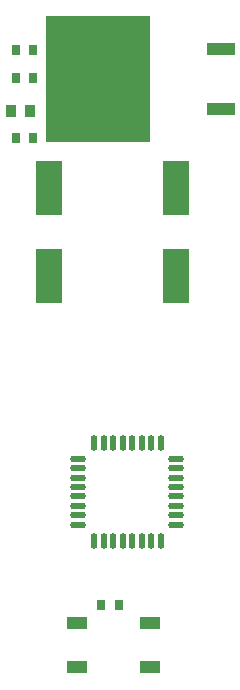
<source format=gtp>
%FSTAX24Y24*%
%MOIN*%
%SFA1B1*%

%IPPOS*%
%ADD10R,0.094500X0.041300*%
%ADD11R,0.350400X0.419300*%
%ADD12R,0.090600X0.179100*%
%ADD13R,0.027600X0.035400*%
%ADD14R,0.037400X0.039400*%
%ADD15R,0.031500X0.035400*%
%ADD16R,0.070900X0.043300*%
%ADD17O,0.021700X0.053200*%
%ADD18O,0.053200X0.021700*%
%LNpcb1-1*%
%LPD*%
G54D10*
X008504Y02172D03*
Y02372D03*
G54D11*
X004429Y02272D03*
G54D12*
X002766Y016153D03*
Y019106D03*
X007019Y016153D03*
Y019106D03*
G54D13*
X001672Y020751D03*
X002262D03*
X005098Y005189D03*
X004508D03*
G54D14*
X001524Y021654D03*
X002154D03*
G54D15*
X002242Y022756D03*
X001691D03*
X002242Y023701D03*
X001691D03*
G54D16*
X003701Y004587D03*
Y00313D03*
X006142Y004587D03*
Y00313D03*
G54D17*
X006496Y01061D03*
X006181D03*
X005866D03*
X005551D03*
X005236D03*
X004921D03*
X004606D03*
X004291D03*
Y007343D03*
X004606D03*
X004921D03*
X005236D03*
X005551D03*
X005866D03*
X006181D03*
X006496D03*
G54D18*
X00376Y010079D03*
Y009764D03*
Y009449D03*
Y009134D03*
Y008819D03*
Y008504D03*
Y008189D03*
Y007874D03*
X007028D03*
Y008189D03*
Y008504D03*
Y008819D03*
Y009134D03*
Y009449D03*
Y009764D03*
Y010079D03*
M02*
</source>
